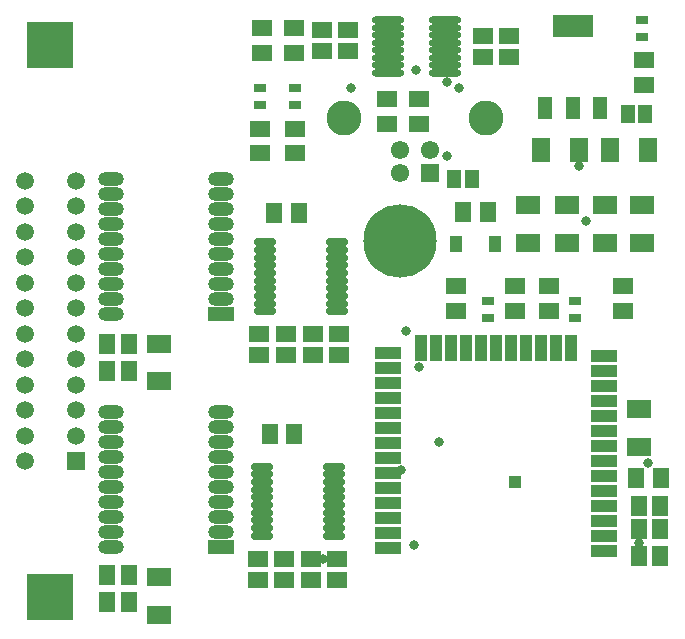
<source format=gts>
G04*
G04 #@! TF.GenerationSoftware,Altium Limited,Altium Designer,18.1.7 (191)*
G04*
G04 Layer_Color=8388736*
%FSLAX25Y25*%
%MOIN*%
G70*
G01*
G75*
%ADD36R,0.08674X0.04737*%
%ADD37O,0.08674X0.04737*%
%ADD38R,0.05328X0.06509*%
%ADD39R,0.08280X0.06115*%
%ADD40O,0.10839X0.02375*%
%ADD41R,0.06509X0.05328*%
%ADD42R,0.06706X0.05721*%
%ADD43R,0.03950X0.03162*%
%ADD44R,0.05721X0.06706*%
%ADD45R,0.06115X0.08280*%
%ADD46R,0.04698X0.06272*%
%ADD47R,0.04737X0.07493*%
%ADD48R,0.13595X0.07493*%
%ADD49R,0.04402X0.05603*%
%ADD50R,0.03937X0.03937*%
%ADD51R,0.04343X0.08674*%
%ADD52R,0.08674X0.04343*%
G04:AMPARAMS|DCode=53|XSize=25.72mil|YSize=70.99mil|CornerRadius=5.95mil|HoleSize=0mil|Usage=FLASHONLY|Rotation=270.000|XOffset=0mil|YOffset=0mil|HoleType=Round|Shape=RoundedRectangle|*
%AMROUNDEDRECTD53*
21,1,0.02572,0.05909,0,0,270.0*
21,1,0.01382,0.07099,0,0,270.0*
1,1,0.01190,-0.02955,-0.00691*
1,1,0.01190,-0.02955,0.00691*
1,1,0.01190,0.02955,0.00691*
1,1,0.01190,0.02955,-0.00691*
%
%ADD53ROUNDEDRECTD53*%
%ADD54R,0.15800X0.15800*%
%ADD55C,0.05918*%
%ADD56R,0.05918X0.05918*%
%ADD57R,0.06115X0.06115*%
%ADD58C,0.06115*%
%ADD59C,0.11627*%
%ADD60C,0.24422*%
%ADD61C,0.03162*%
D36*
X98819Y-105787D02*
D03*
Y-183622D02*
D03*
D37*
Y-100787D02*
D03*
Y-95787D02*
D03*
Y-90787D02*
D03*
Y-85787D02*
D03*
Y-80787D02*
D03*
Y-75787D02*
D03*
Y-70787D02*
D03*
Y-65787D02*
D03*
Y-60787D02*
D03*
X62205Y-105787D02*
D03*
Y-100787D02*
D03*
Y-95787D02*
D03*
Y-90787D02*
D03*
Y-85787D02*
D03*
Y-80787D02*
D03*
Y-75787D02*
D03*
Y-70787D02*
D03*
Y-65787D02*
D03*
Y-60787D02*
D03*
X98819Y-178622D02*
D03*
Y-173622D02*
D03*
Y-168622D02*
D03*
Y-163622D02*
D03*
Y-158622D02*
D03*
Y-153622D02*
D03*
Y-148622D02*
D03*
Y-143622D02*
D03*
Y-138622D02*
D03*
X62205Y-183622D02*
D03*
Y-178622D02*
D03*
Y-173622D02*
D03*
Y-168622D02*
D03*
Y-163622D02*
D03*
Y-158622D02*
D03*
Y-153622D02*
D03*
Y-148622D02*
D03*
Y-143622D02*
D03*
Y-138622D02*
D03*
D38*
X67913Y-192913D02*
D03*
X60827D02*
D03*
X67913Y-201772D02*
D03*
X60827D02*
D03*
X237992Y-177657D02*
D03*
X245079D02*
D03*
X237992Y-169783D02*
D03*
X245079D02*
D03*
X237992Y-186516D02*
D03*
X245079D02*
D03*
X67913Y-125000D02*
D03*
X60827D02*
D03*
X67913Y-115748D02*
D03*
X60827D02*
D03*
D39*
X78150Y-193504D02*
D03*
Y-206102D02*
D03*
X239173Y-69488D02*
D03*
Y-82087D02*
D03*
X226772Y-69488D02*
D03*
Y-82087D02*
D03*
X213976Y-69488D02*
D03*
Y-82087D02*
D03*
X201181Y-69488D02*
D03*
Y-82087D02*
D03*
X78150Y-115748D02*
D03*
Y-128346D02*
D03*
X238189Y-150251D02*
D03*
Y-137653D02*
D03*
D40*
X173327Y-25482D02*
D03*
Y-22982D02*
D03*
Y-20482D02*
D03*
Y-17982D02*
D03*
Y-15482D02*
D03*
Y-12982D02*
D03*
Y-10482D02*
D03*
Y-7982D02*
D03*
X154232Y-25482D02*
D03*
Y-22982D02*
D03*
Y-20482D02*
D03*
Y-17982D02*
D03*
Y-15482D02*
D03*
Y-12982D02*
D03*
Y-10482D02*
D03*
Y-7982D02*
D03*
D41*
X141142Y-11220D02*
D03*
Y-18307D02*
D03*
X132283Y-11220D02*
D03*
Y-18307D02*
D03*
X194882Y-20276D02*
D03*
Y-13189D02*
D03*
X186024Y-20276D02*
D03*
Y-13189D02*
D03*
X129331Y-112598D02*
D03*
Y-119685D02*
D03*
X138189Y-112598D02*
D03*
Y-119685D02*
D03*
X120472Y-112598D02*
D03*
Y-119685D02*
D03*
X111417Y-112598D02*
D03*
Y-119685D02*
D03*
X110974Y-194488D02*
D03*
Y-187402D02*
D03*
X119567Y-194488D02*
D03*
Y-187402D02*
D03*
X137549Y-194488D02*
D03*
Y-187402D02*
D03*
X128691Y-194488D02*
D03*
Y-187402D02*
D03*
D42*
X123032Y-18898D02*
D03*
Y-10630D02*
D03*
X112402Y-18898D02*
D03*
Y-10630D02*
D03*
X123425Y-52362D02*
D03*
Y-44094D02*
D03*
X111614Y-52362D02*
D03*
Y-44094D02*
D03*
X239567Y-29616D02*
D03*
Y-21348D02*
D03*
X164764Y-34252D02*
D03*
Y-42520D02*
D03*
X153937Y-34252D02*
D03*
Y-42520D02*
D03*
X177165Y-104921D02*
D03*
Y-96654D02*
D03*
X196850Y-104921D02*
D03*
Y-96654D02*
D03*
X208071Y-104921D02*
D03*
Y-96654D02*
D03*
X232756Y-104921D02*
D03*
Y-96654D02*
D03*
D43*
X123425Y-30610D02*
D03*
Y-36319D02*
D03*
X111614Y-30610D02*
D03*
Y-36319D02*
D03*
X239173Y-7972D02*
D03*
Y-13681D02*
D03*
X187598Y-101634D02*
D03*
Y-107343D02*
D03*
X216791Y-101634D02*
D03*
Y-107343D02*
D03*
D44*
X116339Y-72210D02*
D03*
X124606D02*
D03*
X187598Y-71850D02*
D03*
X179331D02*
D03*
X245276Y-160433D02*
D03*
X237008D02*
D03*
X114961Y-146063D02*
D03*
X123228D02*
D03*
D45*
X217913Y-51181D02*
D03*
X205315D02*
D03*
X228543D02*
D03*
X241142D02*
D03*
D46*
X240177Y-39370D02*
D03*
X234232D02*
D03*
X176358Y-61028D02*
D03*
X182303D02*
D03*
D47*
X206890Y-37205D02*
D03*
X215945D02*
D03*
X225000D02*
D03*
D48*
X215945Y-10039D02*
D03*
D49*
X189911Y-82677D02*
D03*
X177018D02*
D03*
D50*
X196850Y-161909D02*
D03*
D51*
X215406Y-117141D02*
D03*
X165406D02*
D03*
X170406D02*
D03*
X175406D02*
D03*
X180406D02*
D03*
X185406D02*
D03*
X190406D02*
D03*
X195406D02*
D03*
X200406D02*
D03*
X205406D02*
D03*
X210406D02*
D03*
D52*
X154441Y-118952D02*
D03*
X226370Y-120015D02*
D03*
X154441Y-183952D02*
D03*
Y-178952D02*
D03*
Y-173952D02*
D03*
Y-168952D02*
D03*
Y-163952D02*
D03*
Y-158952D02*
D03*
Y-153952D02*
D03*
Y-148952D02*
D03*
Y-143952D02*
D03*
Y-138952D02*
D03*
Y-133952D02*
D03*
Y-128952D02*
D03*
Y-123952D02*
D03*
X226370Y-125015D02*
D03*
Y-130015D02*
D03*
Y-135015D02*
D03*
Y-140015D02*
D03*
Y-145015D02*
D03*
Y-150015D02*
D03*
Y-155015D02*
D03*
Y-160015D02*
D03*
Y-165015D02*
D03*
Y-170015D02*
D03*
Y-175015D02*
D03*
Y-180015D02*
D03*
Y-185015D02*
D03*
D53*
X113386Y-81988D02*
D03*
Y-84547D02*
D03*
Y-87106D02*
D03*
Y-89665D02*
D03*
Y-92224D02*
D03*
Y-94783D02*
D03*
Y-97343D02*
D03*
Y-99902D02*
D03*
Y-102461D02*
D03*
Y-105020D02*
D03*
X137402Y-81988D02*
D03*
Y-84547D02*
D03*
Y-87106D02*
D03*
Y-89665D02*
D03*
Y-92224D02*
D03*
Y-94783D02*
D03*
Y-97343D02*
D03*
Y-99902D02*
D03*
Y-102461D02*
D03*
Y-105020D02*
D03*
X136417Y-179823D02*
D03*
Y-177264D02*
D03*
Y-174705D02*
D03*
Y-172146D02*
D03*
Y-169587D02*
D03*
Y-167028D02*
D03*
Y-164469D02*
D03*
Y-161909D02*
D03*
Y-159350D02*
D03*
Y-156791D02*
D03*
X112402Y-179823D02*
D03*
Y-177264D02*
D03*
Y-174705D02*
D03*
Y-172146D02*
D03*
Y-169587D02*
D03*
Y-167028D02*
D03*
Y-164469D02*
D03*
Y-161909D02*
D03*
Y-159350D02*
D03*
Y-156791D02*
D03*
D54*
X41854Y-200349D02*
D03*
Y-16097D02*
D03*
D55*
X33465Y-61475D02*
D03*
Y-69936D02*
D03*
Y-78439D02*
D03*
Y-86975D02*
D03*
Y-95475D02*
D03*
Y-103975D02*
D03*
Y-112475D02*
D03*
Y-120975D02*
D03*
Y-129475D02*
D03*
Y-137975D02*
D03*
Y-146475D02*
D03*
Y-154975D02*
D03*
X50354Y-61432D02*
D03*
Y-69936D02*
D03*
Y-78439D02*
D03*
Y-86944D02*
D03*
Y-95447D02*
D03*
Y-103951D02*
D03*
Y-112455D02*
D03*
Y-120959D02*
D03*
Y-129463D02*
D03*
Y-137967D02*
D03*
Y-146471D02*
D03*
D56*
Y-154975D02*
D03*
D57*
X168307Y-59055D02*
D03*
D58*
X158465D02*
D03*
Y-51181D02*
D03*
X168307D02*
D03*
D59*
X139685Y-40512D02*
D03*
X187087D02*
D03*
D60*
X158465Y-81693D02*
D03*
D61*
X142224Y-30512D02*
D03*
X178150D02*
D03*
X220472Y-74803D02*
D03*
X217913Y-56496D02*
D03*
X241142Y-155512D02*
D03*
X237992Y-182087D02*
D03*
X163228Y-182913D02*
D03*
X171260Y-148622D02*
D03*
X132874Y-187402D02*
D03*
X158896Y-157776D02*
D03*
X163728Y-24606D02*
D03*
X164759Y-123421D02*
D03*
X160433Y-111496D02*
D03*
X173914Y-28543D02*
D03*
X174212Y-53149D02*
D03*
M02*

</source>
